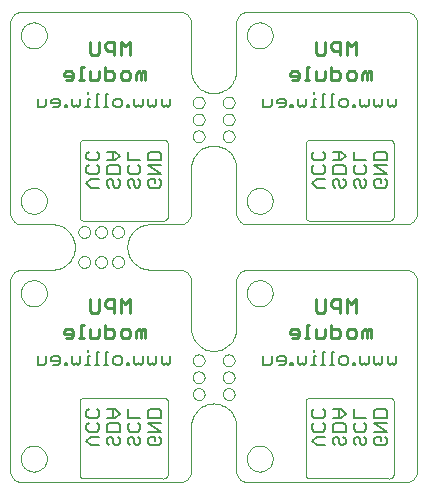
<source format=gbo>
G75*
%MOIN*%
%OFA0B0*%
%FSLAX24Y24*%
%IPPOS*%
%LPD*%
%AMOC8*
5,1,8,0,0,1.08239X$1,22.5*
%
%ADD10C,0.0000*%
%ADD11C,0.0080*%
%ADD12C,0.0030*%
%ADD13C,0.0110*%
D10*
X003149Y002980D02*
X003149Y009279D01*
X003148Y009279D02*
X003150Y009318D01*
X003156Y009356D01*
X003165Y009393D01*
X003178Y009430D01*
X003195Y009465D01*
X003214Y009498D01*
X003237Y009529D01*
X003263Y009558D01*
X003292Y009584D01*
X003323Y009607D01*
X003356Y009626D01*
X003391Y009643D01*
X003428Y009656D01*
X003465Y009665D01*
X003503Y009671D01*
X003542Y009673D01*
X003540Y009670D02*
X004560Y009670D01*
X004565Y009670D02*
X004618Y009673D01*
X004672Y009679D01*
X004724Y009689D01*
X004776Y009703D01*
X004826Y009721D01*
X004876Y009742D01*
X004923Y009767D01*
X004969Y009795D01*
X005012Y009826D01*
X005054Y009860D01*
X005092Y009897D01*
X005128Y009936D01*
X005161Y009979D01*
X005191Y010023D01*
X005218Y010069D01*
X005241Y010118D01*
X005261Y010167D01*
X005277Y010218D01*
X005290Y010270D01*
X005299Y010323D01*
X005304Y010376D01*
X005305Y010430D01*
X005421Y010930D02*
X005423Y010957D01*
X005429Y010984D01*
X005438Y011010D01*
X005451Y011034D01*
X005467Y011057D01*
X005486Y011076D01*
X005508Y011093D01*
X005532Y011107D01*
X005557Y011117D01*
X005584Y011124D01*
X005611Y011127D01*
X005639Y011126D01*
X005666Y011121D01*
X005692Y011113D01*
X005716Y011101D01*
X005739Y011085D01*
X005760Y011067D01*
X005777Y011046D01*
X005792Y011022D01*
X005803Y010997D01*
X005811Y010971D01*
X005815Y010944D01*
X005815Y010916D01*
X005811Y010889D01*
X005803Y010863D01*
X005792Y010838D01*
X005777Y010814D01*
X005760Y010793D01*
X005739Y010775D01*
X005717Y010759D01*
X005692Y010747D01*
X005666Y010739D01*
X005639Y010734D01*
X005611Y010733D01*
X005584Y010736D01*
X005557Y010743D01*
X005532Y010753D01*
X005508Y010767D01*
X005486Y010784D01*
X005467Y010803D01*
X005451Y010826D01*
X005438Y010850D01*
X005429Y010876D01*
X005423Y010903D01*
X005421Y010930D01*
X005983Y010930D02*
X005985Y010957D01*
X005991Y010984D01*
X006000Y011010D01*
X006013Y011034D01*
X006029Y011057D01*
X006048Y011076D01*
X006070Y011093D01*
X006094Y011107D01*
X006119Y011117D01*
X006146Y011124D01*
X006173Y011127D01*
X006201Y011126D01*
X006228Y011121D01*
X006254Y011113D01*
X006278Y011101D01*
X006301Y011085D01*
X006322Y011067D01*
X006339Y011046D01*
X006354Y011022D01*
X006365Y010997D01*
X006373Y010971D01*
X006377Y010944D01*
X006377Y010916D01*
X006373Y010889D01*
X006365Y010863D01*
X006354Y010838D01*
X006339Y010814D01*
X006322Y010793D01*
X006301Y010775D01*
X006279Y010759D01*
X006254Y010747D01*
X006228Y010739D01*
X006201Y010734D01*
X006173Y010733D01*
X006146Y010736D01*
X006119Y010743D01*
X006094Y010753D01*
X006070Y010767D01*
X006048Y010784D01*
X006029Y010803D01*
X006013Y010826D01*
X006000Y010850D01*
X005991Y010876D01*
X005985Y010903D01*
X005983Y010930D01*
X006546Y010930D02*
X006548Y010957D01*
X006554Y010984D01*
X006563Y011010D01*
X006576Y011034D01*
X006592Y011057D01*
X006611Y011076D01*
X006633Y011093D01*
X006657Y011107D01*
X006682Y011117D01*
X006709Y011124D01*
X006736Y011127D01*
X006764Y011126D01*
X006791Y011121D01*
X006817Y011113D01*
X006841Y011101D01*
X006864Y011085D01*
X006885Y011067D01*
X006902Y011046D01*
X006917Y011022D01*
X006928Y010997D01*
X006936Y010971D01*
X006940Y010944D01*
X006940Y010916D01*
X006936Y010889D01*
X006928Y010863D01*
X006917Y010838D01*
X006902Y010814D01*
X006885Y010793D01*
X006864Y010775D01*
X006842Y010759D01*
X006817Y010747D01*
X006791Y010739D01*
X006764Y010734D01*
X006736Y010733D01*
X006709Y010736D01*
X006682Y010743D01*
X006657Y010753D01*
X006633Y010767D01*
X006611Y010784D01*
X006592Y010803D01*
X006576Y010826D01*
X006563Y010850D01*
X006554Y010876D01*
X006548Y010903D01*
X006546Y010930D01*
X006546Y009930D02*
X006548Y009957D01*
X006554Y009984D01*
X006563Y010010D01*
X006576Y010034D01*
X006592Y010057D01*
X006611Y010076D01*
X006633Y010093D01*
X006657Y010107D01*
X006682Y010117D01*
X006709Y010124D01*
X006736Y010127D01*
X006764Y010126D01*
X006791Y010121D01*
X006817Y010113D01*
X006841Y010101D01*
X006864Y010085D01*
X006885Y010067D01*
X006902Y010046D01*
X006917Y010022D01*
X006928Y009997D01*
X006936Y009971D01*
X006940Y009944D01*
X006940Y009916D01*
X006936Y009889D01*
X006928Y009863D01*
X006917Y009838D01*
X006902Y009814D01*
X006885Y009793D01*
X006864Y009775D01*
X006842Y009759D01*
X006817Y009747D01*
X006791Y009739D01*
X006764Y009734D01*
X006736Y009733D01*
X006709Y009736D01*
X006682Y009743D01*
X006657Y009753D01*
X006633Y009767D01*
X006611Y009784D01*
X006592Y009803D01*
X006576Y009826D01*
X006563Y009850D01*
X006554Y009876D01*
X006548Y009903D01*
X006546Y009930D01*
X005983Y009930D02*
X005985Y009957D01*
X005991Y009984D01*
X006000Y010010D01*
X006013Y010034D01*
X006029Y010057D01*
X006048Y010076D01*
X006070Y010093D01*
X006094Y010107D01*
X006119Y010117D01*
X006146Y010124D01*
X006173Y010127D01*
X006201Y010126D01*
X006228Y010121D01*
X006254Y010113D01*
X006278Y010101D01*
X006301Y010085D01*
X006322Y010067D01*
X006339Y010046D01*
X006354Y010022D01*
X006365Y009997D01*
X006373Y009971D01*
X006377Y009944D01*
X006377Y009916D01*
X006373Y009889D01*
X006365Y009863D01*
X006354Y009838D01*
X006339Y009814D01*
X006322Y009793D01*
X006301Y009775D01*
X006279Y009759D01*
X006254Y009747D01*
X006228Y009739D01*
X006201Y009734D01*
X006173Y009733D01*
X006146Y009736D01*
X006119Y009743D01*
X006094Y009753D01*
X006070Y009767D01*
X006048Y009784D01*
X006029Y009803D01*
X006013Y009826D01*
X006000Y009850D01*
X005991Y009876D01*
X005985Y009903D01*
X005983Y009930D01*
X005421Y009930D02*
X005423Y009957D01*
X005429Y009984D01*
X005438Y010010D01*
X005451Y010034D01*
X005467Y010057D01*
X005486Y010076D01*
X005508Y010093D01*
X005532Y010107D01*
X005557Y010117D01*
X005584Y010124D01*
X005611Y010127D01*
X005639Y010126D01*
X005666Y010121D01*
X005692Y010113D01*
X005716Y010101D01*
X005739Y010085D01*
X005760Y010067D01*
X005777Y010046D01*
X005792Y010022D01*
X005803Y009997D01*
X005811Y009971D01*
X005815Y009944D01*
X005815Y009916D01*
X005811Y009889D01*
X005803Y009863D01*
X005792Y009838D01*
X005777Y009814D01*
X005760Y009793D01*
X005739Y009775D01*
X005717Y009759D01*
X005692Y009747D01*
X005666Y009739D01*
X005639Y009734D01*
X005611Y009733D01*
X005584Y009736D01*
X005557Y009743D01*
X005532Y009753D01*
X005508Y009767D01*
X005486Y009784D01*
X005467Y009803D01*
X005451Y009826D01*
X005438Y009850D01*
X005429Y009876D01*
X005423Y009903D01*
X005421Y009930D01*
X005305Y010430D02*
X005303Y010484D01*
X005297Y010537D01*
X005288Y010589D01*
X005275Y010641D01*
X005258Y010692D01*
X005237Y010742D01*
X005213Y010789D01*
X005186Y010835D01*
X005155Y010879D01*
X005122Y010921D01*
X005085Y010960D01*
X005046Y010997D01*
X005004Y011030D01*
X004960Y011061D01*
X004914Y011088D01*
X004867Y011112D01*
X004817Y011133D01*
X004766Y011150D01*
X004714Y011163D01*
X004662Y011172D01*
X004609Y011178D01*
X004555Y011180D01*
X004560Y011180D02*
X003540Y011180D01*
X003542Y011180D02*
X003503Y011182D01*
X003465Y011188D01*
X003428Y011197D01*
X003391Y011210D01*
X003356Y011227D01*
X003323Y011246D01*
X003292Y011269D01*
X003263Y011295D01*
X003237Y011324D01*
X003214Y011355D01*
X003195Y011388D01*
X003178Y011423D01*
X003165Y011460D01*
X003156Y011497D01*
X003150Y011535D01*
X003148Y011574D01*
X003149Y011574D02*
X003149Y017873D01*
X003148Y017873D02*
X003150Y017912D01*
X003156Y017950D01*
X003165Y017987D01*
X003178Y018024D01*
X003195Y018059D01*
X003214Y018092D01*
X003237Y018123D01*
X003263Y018152D01*
X003292Y018178D01*
X003323Y018201D01*
X003356Y018220D01*
X003391Y018237D01*
X003428Y018250D01*
X003465Y018259D01*
X003503Y018265D01*
X003542Y018267D01*
X008786Y018267D01*
X008825Y018265D01*
X008863Y018259D01*
X008900Y018250D01*
X008937Y018237D01*
X008972Y018220D01*
X009005Y018201D01*
X009036Y018178D01*
X009065Y018152D01*
X009091Y018123D01*
X009114Y018092D01*
X009133Y018059D01*
X009150Y018024D01*
X009163Y017987D01*
X009172Y017950D01*
X009178Y017912D01*
X009180Y017873D01*
X009180Y017868D02*
X009180Y016305D01*
X009182Y016251D01*
X009188Y016198D01*
X009197Y016146D01*
X009210Y016094D01*
X009227Y016043D01*
X009248Y015993D01*
X009272Y015946D01*
X009299Y015900D01*
X009330Y015856D01*
X009363Y015814D01*
X009400Y015775D01*
X009439Y015738D01*
X009481Y015705D01*
X009525Y015674D01*
X009571Y015647D01*
X009618Y015623D01*
X009668Y015602D01*
X009719Y015585D01*
X009771Y015572D01*
X009823Y015563D01*
X009876Y015557D01*
X009930Y015555D01*
X009233Y015243D02*
X009235Y015270D01*
X009241Y015297D01*
X009250Y015323D01*
X009263Y015347D01*
X009279Y015370D01*
X009298Y015389D01*
X009320Y015406D01*
X009344Y015420D01*
X009369Y015430D01*
X009396Y015437D01*
X009423Y015440D01*
X009451Y015439D01*
X009478Y015434D01*
X009504Y015426D01*
X009528Y015414D01*
X009551Y015398D01*
X009572Y015380D01*
X009589Y015359D01*
X009604Y015335D01*
X009615Y015310D01*
X009623Y015284D01*
X009627Y015257D01*
X009627Y015229D01*
X009623Y015202D01*
X009615Y015176D01*
X009604Y015151D01*
X009589Y015127D01*
X009572Y015106D01*
X009551Y015088D01*
X009529Y015072D01*
X009504Y015060D01*
X009478Y015052D01*
X009451Y015047D01*
X009423Y015046D01*
X009396Y015049D01*
X009369Y015056D01*
X009344Y015066D01*
X009320Y015080D01*
X009298Y015097D01*
X009279Y015116D01*
X009263Y015139D01*
X009250Y015163D01*
X009241Y015189D01*
X009235Y015216D01*
X009233Y015243D01*
X009233Y014680D02*
X009235Y014707D01*
X009241Y014734D01*
X009250Y014760D01*
X009263Y014784D01*
X009279Y014807D01*
X009298Y014826D01*
X009320Y014843D01*
X009344Y014857D01*
X009369Y014867D01*
X009396Y014874D01*
X009423Y014877D01*
X009451Y014876D01*
X009478Y014871D01*
X009504Y014863D01*
X009528Y014851D01*
X009551Y014835D01*
X009572Y014817D01*
X009589Y014796D01*
X009604Y014772D01*
X009615Y014747D01*
X009623Y014721D01*
X009627Y014694D01*
X009627Y014666D01*
X009623Y014639D01*
X009615Y014613D01*
X009604Y014588D01*
X009589Y014564D01*
X009572Y014543D01*
X009551Y014525D01*
X009529Y014509D01*
X009504Y014497D01*
X009478Y014489D01*
X009451Y014484D01*
X009423Y014483D01*
X009396Y014486D01*
X009369Y014493D01*
X009344Y014503D01*
X009320Y014517D01*
X009298Y014534D01*
X009279Y014553D01*
X009263Y014576D01*
X009250Y014600D01*
X009241Y014626D01*
X009235Y014653D01*
X009233Y014680D01*
X009233Y014118D02*
X009235Y014145D01*
X009241Y014172D01*
X009250Y014198D01*
X009263Y014222D01*
X009279Y014245D01*
X009298Y014264D01*
X009320Y014281D01*
X009344Y014295D01*
X009369Y014305D01*
X009396Y014312D01*
X009423Y014315D01*
X009451Y014314D01*
X009478Y014309D01*
X009504Y014301D01*
X009528Y014289D01*
X009551Y014273D01*
X009572Y014255D01*
X009589Y014234D01*
X009604Y014210D01*
X009615Y014185D01*
X009623Y014159D01*
X009627Y014132D01*
X009627Y014104D01*
X009623Y014077D01*
X009615Y014051D01*
X009604Y014026D01*
X009589Y014002D01*
X009572Y013981D01*
X009551Y013963D01*
X009529Y013947D01*
X009504Y013935D01*
X009478Y013927D01*
X009451Y013922D01*
X009423Y013921D01*
X009396Y013924D01*
X009369Y013931D01*
X009344Y013941D01*
X009320Y013955D01*
X009298Y013972D01*
X009279Y013991D01*
X009263Y014014D01*
X009250Y014038D01*
X009241Y014064D01*
X009235Y014091D01*
X009233Y014118D01*
X009180Y013055D02*
X009180Y011555D01*
X009180Y011574D02*
X009178Y011535D01*
X009172Y011497D01*
X009163Y011460D01*
X009150Y011423D01*
X009133Y011388D01*
X009114Y011355D01*
X009091Y011324D01*
X009065Y011295D01*
X009036Y011269D01*
X009005Y011246D01*
X008972Y011227D01*
X008937Y011210D01*
X008900Y011197D01*
X008863Y011188D01*
X008825Y011182D01*
X008786Y011180D01*
X008790Y011180D02*
X007800Y011180D01*
X007805Y011180D02*
X007751Y011178D01*
X007698Y011172D01*
X007646Y011163D01*
X007594Y011150D01*
X007543Y011133D01*
X007493Y011112D01*
X007446Y011088D01*
X007400Y011061D01*
X007356Y011030D01*
X007314Y010997D01*
X007275Y010960D01*
X007238Y010921D01*
X007205Y010879D01*
X007174Y010835D01*
X007147Y010789D01*
X007123Y010742D01*
X007102Y010692D01*
X007085Y010641D01*
X007072Y010589D01*
X007063Y010537D01*
X007057Y010484D01*
X007055Y010430D01*
X007057Y010376D01*
X007063Y010322D01*
X007072Y010268D01*
X007086Y010216D01*
X007103Y010164D01*
X007124Y010114D01*
X007148Y010066D01*
X007176Y010019D01*
X007207Y009975D01*
X007241Y009932D01*
X007278Y009893D01*
X007317Y009856D01*
X007360Y009822D01*
X007404Y009791D01*
X007451Y009763D01*
X007499Y009739D01*
X007549Y009718D01*
X007601Y009701D01*
X007653Y009687D01*
X007707Y009678D01*
X007761Y009672D01*
X007815Y009670D01*
X008790Y009670D01*
X008786Y009673D02*
X008825Y009671D01*
X008863Y009665D01*
X008900Y009656D01*
X008937Y009643D01*
X008972Y009626D01*
X009005Y009607D01*
X009036Y009584D01*
X009065Y009558D01*
X009091Y009529D01*
X009114Y009498D01*
X009133Y009465D01*
X009150Y009430D01*
X009163Y009393D01*
X009172Y009356D01*
X009178Y009318D01*
X009180Y009279D01*
X009180Y009274D02*
X009180Y007711D01*
X009182Y007657D01*
X009188Y007604D01*
X009197Y007552D01*
X009210Y007500D01*
X009227Y007449D01*
X009248Y007399D01*
X009272Y007352D01*
X009299Y007306D01*
X009330Y007262D01*
X009363Y007220D01*
X009400Y007181D01*
X009439Y007144D01*
X009481Y007111D01*
X009525Y007080D01*
X009571Y007053D01*
X009618Y007029D01*
X009668Y007008D01*
X009719Y006991D01*
X009771Y006978D01*
X009823Y006969D01*
X009876Y006963D01*
X009930Y006961D01*
X009233Y006649D02*
X009235Y006676D01*
X009241Y006703D01*
X009250Y006729D01*
X009263Y006753D01*
X009279Y006776D01*
X009298Y006795D01*
X009320Y006812D01*
X009344Y006826D01*
X009369Y006836D01*
X009396Y006843D01*
X009423Y006846D01*
X009451Y006845D01*
X009478Y006840D01*
X009504Y006832D01*
X009528Y006820D01*
X009551Y006804D01*
X009572Y006786D01*
X009589Y006765D01*
X009604Y006741D01*
X009615Y006716D01*
X009623Y006690D01*
X009627Y006663D01*
X009627Y006635D01*
X009623Y006608D01*
X009615Y006582D01*
X009604Y006557D01*
X009589Y006533D01*
X009572Y006512D01*
X009551Y006494D01*
X009529Y006478D01*
X009504Y006466D01*
X009478Y006458D01*
X009451Y006453D01*
X009423Y006452D01*
X009396Y006455D01*
X009369Y006462D01*
X009344Y006472D01*
X009320Y006486D01*
X009298Y006503D01*
X009279Y006522D01*
X009263Y006545D01*
X009250Y006569D01*
X009241Y006595D01*
X009235Y006622D01*
X009233Y006649D01*
X009233Y006086D02*
X009235Y006113D01*
X009241Y006140D01*
X009250Y006166D01*
X009263Y006190D01*
X009279Y006213D01*
X009298Y006232D01*
X009320Y006249D01*
X009344Y006263D01*
X009369Y006273D01*
X009396Y006280D01*
X009423Y006283D01*
X009451Y006282D01*
X009478Y006277D01*
X009504Y006269D01*
X009528Y006257D01*
X009551Y006241D01*
X009572Y006223D01*
X009589Y006202D01*
X009604Y006178D01*
X009615Y006153D01*
X009623Y006127D01*
X009627Y006100D01*
X009627Y006072D01*
X009623Y006045D01*
X009615Y006019D01*
X009604Y005994D01*
X009589Y005970D01*
X009572Y005949D01*
X009551Y005931D01*
X009529Y005915D01*
X009504Y005903D01*
X009478Y005895D01*
X009451Y005890D01*
X009423Y005889D01*
X009396Y005892D01*
X009369Y005899D01*
X009344Y005909D01*
X009320Y005923D01*
X009298Y005940D01*
X009279Y005959D01*
X009263Y005982D01*
X009250Y006006D01*
X009241Y006032D01*
X009235Y006059D01*
X009233Y006086D01*
X009233Y005524D02*
X009235Y005551D01*
X009241Y005578D01*
X009250Y005604D01*
X009263Y005628D01*
X009279Y005651D01*
X009298Y005670D01*
X009320Y005687D01*
X009344Y005701D01*
X009369Y005711D01*
X009396Y005718D01*
X009423Y005721D01*
X009451Y005720D01*
X009478Y005715D01*
X009504Y005707D01*
X009528Y005695D01*
X009551Y005679D01*
X009572Y005661D01*
X009589Y005640D01*
X009604Y005616D01*
X009615Y005591D01*
X009623Y005565D01*
X009627Y005538D01*
X009627Y005510D01*
X009623Y005483D01*
X009615Y005457D01*
X009604Y005432D01*
X009589Y005408D01*
X009572Y005387D01*
X009551Y005369D01*
X009529Y005353D01*
X009504Y005341D01*
X009478Y005333D01*
X009451Y005328D01*
X009423Y005327D01*
X009396Y005330D01*
X009369Y005337D01*
X009344Y005347D01*
X009320Y005361D01*
X009298Y005378D01*
X009279Y005397D01*
X009263Y005420D01*
X009250Y005444D01*
X009241Y005470D01*
X009235Y005497D01*
X009233Y005524D01*
X009180Y004461D02*
X009180Y002961D01*
X009180Y002980D02*
X009178Y002941D01*
X009172Y002903D01*
X009163Y002866D01*
X009150Y002829D01*
X009133Y002794D01*
X009114Y002761D01*
X009091Y002730D01*
X009065Y002701D01*
X009036Y002675D01*
X009005Y002652D01*
X008972Y002633D01*
X008937Y002616D01*
X008900Y002603D01*
X008863Y002594D01*
X008825Y002588D01*
X008786Y002586D01*
X003542Y002586D01*
X003503Y002588D01*
X003465Y002594D01*
X003428Y002603D01*
X003391Y002616D01*
X003356Y002633D01*
X003323Y002652D01*
X003292Y002675D01*
X003263Y002701D01*
X003237Y002730D01*
X003214Y002761D01*
X003195Y002794D01*
X003178Y002829D01*
X003165Y002866D01*
X003156Y002903D01*
X003150Y002941D01*
X003148Y002980D01*
X003503Y003374D02*
X003505Y003415D01*
X003511Y003456D01*
X003521Y003496D01*
X003534Y003535D01*
X003551Y003572D01*
X003572Y003608D01*
X003596Y003642D01*
X003623Y003673D01*
X003652Y003701D01*
X003685Y003727D01*
X003719Y003749D01*
X003756Y003768D01*
X003794Y003783D01*
X003834Y003795D01*
X003874Y003803D01*
X003915Y003807D01*
X003957Y003807D01*
X003998Y003803D01*
X004038Y003795D01*
X004078Y003783D01*
X004116Y003768D01*
X004152Y003749D01*
X004187Y003727D01*
X004220Y003701D01*
X004249Y003673D01*
X004276Y003642D01*
X004300Y003608D01*
X004321Y003572D01*
X004338Y003535D01*
X004351Y003496D01*
X004361Y003456D01*
X004367Y003415D01*
X004369Y003374D01*
X004367Y003333D01*
X004361Y003292D01*
X004351Y003252D01*
X004338Y003213D01*
X004321Y003176D01*
X004300Y003140D01*
X004276Y003106D01*
X004249Y003075D01*
X004220Y003047D01*
X004187Y003021D01*
X004153Y002999D01*
X004116Y002980D01*
X004078Y002965D01*
X004038Y002953D01*
X003998Y002945D01*
X003957Y002941D01*
X003915Y002941D01*
X003874Y002945D01*
X003834Y002953D01*
X003794Y002965D01*
X003756Y002980D01*
X003720Y002999D01*
X003685Y003021D01*
X003652Y003047D01*
X003623Y003075D01*
X003596Y003106D01*
X003572Y003140D01*
X003551Y003176D01*
X003534Y003213D01*
X003521Y003252D01*
X003511Y003292D01*
X003505Y003333D01*
X003503Y003374D01*
X003503Y008885D02*
X003505Y008926D01*
X003511Y008967D01*
X003521Y009007D01*
X003534Y009046D01*
X003551Y009083D01*
X003572Y009119D01*
X003596Y009153D01*
X003623Y009184D01*
X003652Y009212D01*
X003685Y009238D01*
X003719Y009260D01*
X003756Y009279D01*
X003794Y009294D01*
X003834Y009306D01*
X003874Y009314D01*
X003915Y009318D01*
X003957Y009318D01*
X003998Y009314D01*
X004038Y009306D01*
X004078Y009294D01*
X004116Y009279D01*
X004152Y009260D01*
X004187Y009238D01*
X004220Y009212D01*
X004249Y009184D01*
X004276Y009153D01*
X004300Y009119D01*
X004321Y009083D01*
X004338Y009046D01*
X004351Y009007D01*
X004361Y008967D01*
X004367Y008926D01*
X004369Y008885D01*
X004367Y008844D01*
X004361Y008803D01*
X004351Y008763D01*
X004338Y008724D01*
X004321Y008687D01*
X004300Y008651D01*
X004276Y008617D01*
X004249Y008586D01*
X004220Y008558D01*
X004187Y008532D01*
X004153Y008510D01*
X004116Y008491D01*
X004078Y008476D01*
X004038Y008464D01*
X003998Y008456D01*
X003957Y008452D01*
X003915Y008452D01*
X003874Y008456D01*
X003834Y008464D01*
X003794Y008476D01*
X003756Y008491D01*
X003720Y008510D01*
X003685Y008532D01*
X003652Y008558D01*
X003623Y008586D01*
X003596Y008617D01*
X003572Y008651D01*
X003551Y008687D01*
X003534Y008724D01*
X003521Y008763D01*
X003511Y008803D01*
X003505Y008844D01*
X003503Y008885D01*
X003503Y011967D02*
X003505Y012008D01*
X003511Y012049D01*
X003521Y012089D01*
X003534Y012128D01*
X003551Y012165D01*
X003572Y012201D01*
X003596Y012235D01*
X003623Y012266D01*
X003652Y012294D01*
X003685Y012320D01*
X003719Y012342D01*
X003756Y012361D01*
X003794Y012376D01*
X003834Y012388D01*
X003874Y012396D01*
X003915Y012400D01*
X003957Y012400D01*
X003998Y012396D01*
X004038Y012388D01*
X004078Y012376D01*
X004116Y012361D01*
X004152Y012342D01*
X004187Y012320D01*
X004220Y012294D01*
X004249Y012266D01*
X004276Y012235D01*
X004300Y012201D01*
X004321Y012165D01*
X004338Y012128D01*
X004351Y012089D01*
X004361Y012049D01*
X004367Y012008D01*
X004369Y011967D01*
X004367Y011926D01*
X004361Y011885D01*
X004351Y011845D01*
X004338Y011806D01*
X004321Y011769D01*
X004300Y011733D01*
X004276Y011699D01*
X004249Y011668D01*
X004220Y011640D01*
X004187Y011614D01*
X004153Y011592D01*
X004116Y011573D01*
X004078Y011558D01*
X004038Y011546D01*
X003998Y011538D01*
X003957Y011534D01*
X003915Y011534D01*
X003874Y011538D01*
X003834Y011546D01*
X003794Y011558D01*
X003756Y011573D01*
X003720Y011592D01*
X003685Y011614D01*
X003652Y011640D01*
X003623Y011668D01*
X003596Y011699D01*
X003572Y011733D01*
X003551Y011769D01*
X003534Y011806D01*
X003521Y011845D01*
X003511Y011885D01*
X003505Y011926D01*
X003503Y011967D01*
X007810Y009670D02*
X007815Y009670D01*
X009930Y006961D02*
X009984Y006963D01*
X010037Y006969D01*
X010089Y006978D01*
X010141Y006991D01*
X010192Y007008D01*
X010242Y007029D01*
X010289Y007053D01*
X010335Y007080D01*
X010379Y007111D01*
X010421Y007144D01*
X010460Y007181D01*
X010497Y007220D01*
X010530Y007262D01*
X010561Y007306D01*
X010588Y007352D01*
X010612Y007399D01*
X010633Y007449D01*
X010650Y007500D01*
X010663Y007552D01*
X010672Y007604D01*
X010678Y007657D01*
X010680Y007711D01*
X010680Y009279D01*
X010682Y009318D01*
X010688Y009356D01*
X010697Y009393D01*
X010710Y009430D01*
X010727Y009465D01*
X010746Y009498D01*
X010769Y009529D01*
X010795Y009558D01*
X010824Y009584D01*
X010855Y009607D01*
X010888Y009626D01*
X010923Y009643D01*
X010960Y009656D01*
X010997Y009665D01*
X011035Y009671D01*
X011074Y009673D01*
X016317Y009673D01*
X016356Y009671D01*
X016394Y009665D01*
X016431Y009656D01*
X016468Y009643D01*
X016503Y009626D01*
X016536Y009607D01*
X016567Y009584D01*
X016596Y009558D01*
X016622Y009529D01*
X016645Y009498D01*
X016664Y009465D01*
X016681Y009430D01*
X016694Y009393D01*
X016703Y009356D01*
X016709Y009318D01*
X016711Y009279D01*
X016711Y002980D01*
X016709Y002941D01*
X016703Y002903D01*
X016694Y002866D01*
X016681Y002829D01*
X016664Y002794D01*
X016645Y002761D01*
X016622Y002730D01*
X016596Y002701D01*
X016567Y002675D01*
X016536Y002652D01*
X016503Y002633D01*
X016468Y002616D01*
X016431Y002603D01*
X016394Y002594D01*
X016356Y002588D01*
X016317Y002586D01*
X011074Y002586D01*
X011035Y002588D01*
X010997Y002594D01*
X010960Y002603D01*
X010923Y002616D01*
X010888Y002633D01*
X010855Y002652D01*
X010824Y002675D01*
X010795Y002701D01*
X010769Y002730D01*
X010746Y002761D01*
X010727Y002794D01*
X010710Y002829D01*
X010697Y002866D01*
X010688Y002903D01*
X010682Y002941D01*
X010680Y002980D01*
X010680Y004461D01*
X009930Y005211D02*
X009876Y005209D01*
X009823Y005203D01*
X009771Y005194D01*
X009719Y005181D01*
X009668Y005164D01*
X009618Y005143D01*
X009571Y005119D01*
X009525Y005092D01*
X009481Y005061D01*
X009439Y005028D01*
X009400Y004991D01*
X009363Y004952D01*
X009330Y004910D01*
X009299Y004866D01*
X009272Y004820D01*
X009248Y004773D01*
X009227Y004723D01*
X009210Y004672D01*
X009197Y004620D01*
X009188Y004568D01*
X009182Y004515D01*
X009180Y004461D01*
X009930Y005211D02*
X009984Y005209D01*
X010037Y005203D01*
X010089Y005194D01*
X010141Y005181D01*
X010192Y005164D01*
X010242Y005143D01*
X010289Y005119D01*
X010335Y005092D01*
X010379Y005061D01*
X010421Y005028D01*
X010460Y004991D01*
X010497Y004952D01*
X010530Y004910D01*
X010561Y004866D01*
X010588Y004820D01*
X010612Y004773D01*
X010633Y004723D01*
X010650Y004672D01*
X010663Y004620D01*
X010672Y004568D01*
X010678Y004515D01*
X010680Y004461D01*
X010233Y005524D02*
X010235Y005551D01*
X010241Y005578D01*
X010250Y005604D01*
X010263Y005628D01*
X010279Y005651D01*
X010298Y005670D01*
X010320Y005687D01*
X010344Y005701D01*
X010369Y005711D01*
X010396Y005718D01*
X010423Y005721D01*
X010451Y005720D01*
X010478Y005715D01*
X010504Y005707D01*
X010528Y005695D01*
X010551Y005679D01*
X010572Y005661D01*
X010589Y005640D01*
X010604Y005616D01*
X010615Y005591D01*
X010623Y005565D01*
X010627Y005538D01*
X010627Y005510D01*
X010623Y005483D01*
X010615Y005457D01*
X010604Y005432D01*
X010589Y005408D01*
X010572Y005387D01*
X010551Y005369D01*
X010529Y005353D01*
X010504Y005341D01*
X010478Y005333D01*
X010451Y005328D01*
X010423Y005327D01*
X010396Y005330D01*
X010369Y005337D01*
X010344Y005347D01*
X010320Y005361D01*
X010298Y005378D01*
X010279Y005397D01*
X010263Y005420D01*
X010250Y005444D01*
X010241Y005470D01*
X010235Y005497D01*
X010233Y005524D01*
X010233Y006086D02*
X010235Y006113D01*
X010241Y006140D01*
X010250Y006166D01*
X010263Y006190D01*
X010279Y006213D01*
X010298Y006232D01*
X010320Y006249D01*
X010344Y006263D01*
X010369Y006273D01*
X010396Y006280D01*
X010423Y006283D01*
X010451Y006282D01*
X010478Y006277D01*
X010504Y006269D01*
X010528Y006257D01*
X010551Y006241D01*
X010572Y006223D01*
X010589Y006202D01*
X010604Y006178D01*
X010615Y006153D01*
X010623Y006127D01*
X010627Y006100D01*
X010627Y006072D01*
X010623Y006045D01*
X010615Y006019D01*
X010604Y005994D01*
X010589Y005970D01*
X010572Y005949D01*
X010551Y005931D01*
X010529Y005915D01*
X010504Y005903D01*
X010478Y005895D01*
X010451Y005890D01*
X010423Y005889D01*
X010396Y005892D01*
X010369Y005899D01*
X010344Y005909D01*
X010320Y005923D01*
X010298Y005940D01*
X010279Y005959D01*
X010263Y005982D01*
X010250Y006006D01*
X010241Y006032D01*
X010235Y006059D01*
X010233Y006086D01*
X010233Y006649D02*
X010235Y006676D01*
X010241Y006703D01*
X010250Y006729D01*
X010263Y006753D01*
X010279Y006776D01*
X010298Y006795D01*
X010320Y006812D01*
X010344Y006826D01*
X010369Y006836D01*
X010396Y006843D01*
X010423Y006846D01*
X010451Y006845D01*
X010478Y006840D01*
X010504Y006832D01*
X010528Y006820D01*
X010551Y006804D01*
X010572Y006786D01*
X010589Y006765D01*
X010604Y006741D01*
X010615Y006716D01*
X010623Y006690D01*
X010627Y006663D01*
X010627Y006635D01*
X010623Y006608D01*
X010615Y006582D01*
X010604Y006557D01*
X010589Y006533D01*
X010572Y006512D01*
X010551Y006494D01*
X010529Y006478D01*
X010504Y006466D01*
X010478Y006458D01*
X010451Y006453D01*
X010423Y006452D01*
X010396Y006455D01*
X010369Y006462D01*
X010344Y006472D01*
X010320Y006486D01*
X010298Y006503D01*
X010279Y006522D01*
X010263Y006545D01*
X010250Y006569D01*
X010241Y006595D01*
X010235Y006622D01*
X010233Y006649D01*
X011034Y008885D02*
X011036Y008926D01*
X011042Y008967D01*
X011052Y009007D01*
X011065Y009046D01*
X011082Y009083D01*
X011103Y009119D01*
X011127Y009153D01*
X011154Y009184D01*
X011183Y009212D01*
X011216Y009238D01*
X011250Y009260D01*
X011287Y009279D01*
X011325Y009294D01*
X011365Y009306D01*
X011405Y009314D01*
X011446Y009318D01*
X011488Y009318D01*
X011529Y009314D01*
X011569Y009306D01*
X011609Y009294D01*
X011647Y009279D01*
X011683Y009260D01*
X011718Y009238D01*
X011751Y009212D01*
X011780Y009184D01*
X011807Y009153D01*
X011831Y009119D01*
X011852Y009083D01*
X011869Y009046D01*
X011882Y009007D01*
X011892Y008967D01*
X011898Y008926D01*
X011900Y008885D01*
X011898Y008844D01*
X011892Y008803D01*
X011882Y008763D01*
X011869Y008724D01*
X011852Y008687D01*
X011831Y008651D01*
X011807Y008617D01*
X011780Y008586D01*
X011751Y008558D01*
X011718Y008532D01*
X011684Y008510D01*
X011647Y008491D01*
X011609Y008476D01*
X011569Y008464D01*
X011529Y008456D01*
X011488Y008452D01*
X011446Y008452D01*
X011405Y008456D01*
X011365Y008464D01*
X011325Y008476D01*
X011287Y008491D01*
X011251Y008510D01*
X011216Y008532D01*
X011183Y008558D01*
X011154Y008586D01*
X011127Y008617D01*
X011103Y008651D01*
X011082Y008687D01*
X011065Y008724D01*
X011052Y008763D01*
X011042Y008803D01*
X011036Y008844D01*
X011034Y008885D01*
X011074Y011180D02*
X016317Y011180D01*
X016356Y011182D01*
X016394Y011188D01*
X016431Y011197D01*
X016468Y011210D01*
X016503Y011227D01*
X016536Y011246D01*
X016567Y011269D01*
X016596Y011295D01*
X016622Y011324D01*
X016645Y011355D01*
X016664Y011388D01*
X016681Y011423D01*
X016694Y011460D01*
X016703Y011497D01*
X016709Y011535D01*
X016711Y011574D01*
X016711Y017873D01*
X016709Y017912D01*
X016703Y017950D01*
X016694Y017987D01*
X016681Y018024D01*
X016664Y018059D01*
X016645Y018092D01*
X016622Y018123D01*
X016596Y018152D01*
X016567Y018178D01*
X016536Y018201D01*
X016503Y018220D01*
X016468Y018237D01*
X016431Y018250D01*
X016394Y018259D01*
X016356Y018265D01*
X016317Y018267D01*
X011074Y018267D01*
X011035Y018265D01*
X010997Y018259D01*
X010960Y018250D01*
X010923Y018237D01*
X010888Y018220D01*
X010855Y018201D01*
X010824Y018178D01*
X010795Y018152D01*
X010769Y018123D01*
X010746Y018092D01*
X010727Y018059D01*
X010710Y018024D01*
X010697Y017987D01*
X010688Y017950D01*
X010682Y017912D01*
X010680Y017873D01*
X010680Y016305D01*
X010678Y016251D01*
X010672Y016198D01*
X010663Y016146D01*
X010650Y016094D01*
X010633Y016043D01*
X010612Y015993D01*
X010588Y015946D01*
X010561Y015900D01*
X010530Y015856D01*
X010497Y015814D01*
X010460Y015775D01*
X010421Y015738D01*
X010379Y015705D01*
X010335Y015674D01*
X010289Y015647D01*
X010242Y015623D01*
X010192Y015602D01*
X010141Y015585D01*
X010089Y015572D01*
X010037Y015563D01*
X009984Y015557D01*
X009930Y015555D01*
X010233Y015243D02*
X010235Y015270D01*
X010241Y015297D01*
X010250Y015323D01*
X010263Y015347D01*
X010279Y015370D01*
X010298Y015389D01*
X010320Y015406D01*
X010344Y015420D01*
X010369Y015430D01*
X010396Y015437D01*
X010423Y015440D01*
X010451Y015439D01*
X010478Y015434D01*
X010504Y015426D01*
X010528Y015414D01*
X010551Y015398D01*
X010572Y015380D01*
X010589Y015359D01*
X010604Y015335D01*
X010615Y015310D01*
X010623Y015284D01*
X010627Y015257D01*
X010627Y015229D01*
X010623Y015202D01*
X010615Y015176D01*
X010604Y015151D01*
X010589Y015127D01*
X010572Y015106D01*
X010551Y015088D01*
X010529Y015072D01*
X010504Y015060D01*
X010478Y015052D01*
X010451Y015047D01*
X010423Y015046D01*
X010396Y015049D01*
X010369Y015056D01*
X010344Y015066D01*
X010320Y015080D01*
X010298Y015097D01*
X010279Y015116D01*
X010263Y015139D01*
X010250Y015163D01*
X010241Y015189D01*
X010235Y015216D01*
X010233Y015243D01*
X010233Y014680D02*
X010235Y014707D01*
X010241Y014734D01*
X010250Y014760D01*
X010263Y014784D01*
X010279Y014807D01*
X010298Y014826D01*
X010320Y014843D01*
X010344Y014857D01*
X010369Y014867D01*
X010396Y014874D01*
X010423Y014877D01*
X010451Y014876D01*
X010478Y014871D01*
X010504Y014863D01*
X010528Y014851D01*
X010551Y014835D01*
X010572Y014817D01*
X010589Y014796D01*
X010604Y014772D01*
X010615Y014747D01*
X010623Y014721D01*
X010627Y014694D01*
X010627Y014666D01*
X010623Y014639D01*
X010615Y014613D01*
X010604Y014588D01*
X010589Y014564D01*
X010572Y014543D01*
X010551Y014525D01*
X010529Y014509D01*
X010504Y014497D01*
X010478Y014489D01*
X010451Y014484D01*
X010423Y014483D01*
X010396Y014486D01*
X010369Y014493D01*
X010344Y014503D01*
X010320Y014517D01*
X010298Y014534D01*
X010279Y014553D01*
X010263Y014576D01*
X010250Y014600D01*
X010241Y014626D01*
X010235Y014653D01*
X010233Y014680D01*
X010233Y014118D02*
X010235Y014145D01*
X010241Y014172D01*
X010250Y014198D01*
X010263Y014222D01*
X010279Y014245D01*
X010298Y014264D01*
X010320Y014281D01*
X010344Y014295D01*
X010369Y014305D01*
X010396Y014312D01*
X010423Y014315D01*
X010451Y014314D01*
X010478Y014309D01*
X010504Y014301D01*
X010528Y014289D01*
X010551Y014273D01*
X010572Y014255D01*
X010589Y014234D01*
X010604Y014210D01*
X010615Y014185D01*
X010623Y014159D01*
X010627Y014132D01*
X010627Y014104D01*
X010623Y014077D01*
X010615Y014051D01*
X010604Y014026D01*
X010589Y014002D01*
X010572Y013981D01*
X010551Y013963D01*
X010529Y013947D01*
X010504Y013935D01*
X010478Y013927D01*
X010451Y013922D01*
X010423Y013921D01*
X010396Y013924D01*
X010369Y013931D01*
X010344Y013941D01*
X010320Y013955D01*
X010298Y013972D01*
X010279Y013991D01*
X010263Y014014D01*
X010250Y014038D01*
X010241Y014064D01*
X010235Y014091D01*
X010233Y014118D01*
X009930Y013805D02*
X009876Y013803D01*
X009823Y013797D01*
X009771Y013788D01*
X009719Y013775D01*
X009668Y013758D01*
X009618Y013737D01*
X009571Y013713D01*
X009525Y013686D01*
X009481Y013655D01*
X009439Y013622D01*
X009400Y013585D01*
X009363Y013546D01*
X009330Y013504D01*
X009299Y013460D01*
X009272Y013414D01*
X009248Y013367D01*
X009227Y013317D01*
X009210Y013266D01*
X009197Y013214D01*
X009188Y013162D01*
X009182Y013109D01*
X009180Y013055D01*
X009930Y013805D02*
X009984Y013803D01*
X010037Y013797D01*
X010089Y013788D01*
X010141Y013775D01*
X010192Y013758D01*
X010242Y013737D01*
X010289Y013713D01*
X010335Y013686D01*
X010379Y013655D01*
X010421Y013622D01*
X010460Y013585D01*
X010497Y013546D01*
X010530Y013504D01*
X010561Y013460D01*
X010588Y013414D01*
X010612Y013367D01*
X010633Y013317D01*
X010650Y013266D01*
X010663Y013214D01*
X010672Y013162D01*
X010678Y013109D01*
X010680Y013055D01*
X010680Y011574D01*
X010682Y011535D01*
X010688Y011497D01*
X010697Y011460D01*
X010710Y011423D01*
X010727Y011388D01*
X010746Y011355D01*
X010769Y011324D01*
X010795Y011295D01*
X010824Y011269D01*
X010855Y011246D01*
X010888Y011227D01*
X010923Y011210D01*
X010960Y011197D01*
X010997Y011188D01*
X011035Y011182D01*
X011074Y011180D01*
X011034Y011967D02*
X011036Y012008D01*
X011042Y012049D01*
X011052Y012089D01*
X011065Y012128D01*
X011082Y012165D01*
X011103Y012201D01*
X011127Y012235D01*
X011154Y012266D01*
X011183Y012294D01*
X011216Y012320D01*
X011250Y012342D01*
X011287Y012361D01*
X011325Y012376D01*
X011365Y012388D01*
X011405Y012396D01*
X011446Y012400D01*
X011488Y012400D01*
X011529Y012396D01*
X011569Y012388D01*
X011609Y012376D01*
X011647Y012361D01*
X011683Y012342D01*
X011718Y012320D01*
X011751Y012294D01*
X011780Y012266D01*
X011807Y012235D01*
X011831Y012201D01*
X011852Y012165D01*
X011869Y012128D01*
X011882Y012089D01*
X011892Y012049D01*
X011898Y012008D01*
X011900Y011967D01*
X011898Y011926D01*
X011892Y011885D01*
X011882Y011845D01*
X011869Y011806D01*
X011852Y011769D01*
X011831Y011733D01*
X011807Y011699D01*
X011780Y011668D01*
X011751Y011640D01*
X011718Y011614D01*
X011684Y011592D01*
X011647Y011573D01*
X011609Y011558D01*
X011569Y011546D01*
X011529Y011538D01*
X011488Y011534D01*
X011446Y011534D01*
X011405Y011538D01*
X011365Y011546D01*
X011325Y011558D01*
X011287Y011573D01*
X011251Y011592D01*
X011216Y011614D01*
X011183Y011640D01*
X011154Y011668D01*
X011127Y011699D01*
X011103Y011733D01*
X011082Y011769D01*
X011065Y011806D01*
X011052Y011845D01*
X011042Y011885D01*
X011036Y011926D01*
X011034Y011967D01*
X011034Y017479D02*
X011036Y017520D01*
X011042Y017561D01*
X011052Y017601D01*
X011065Y017640D01*
X011082Y017677D01*
X011103Y017713D01*
X011127Y017747D01*
X011154Y017778D01*
X011183Y017806D01*
X011216Y017832D01*
X011250Y017854D01*
X011287Y017873D01*
X011325Y017888D01*
X011365Y017900D01*
X011405Y017908D01*
X011446Y017912D01*
X011488Y017912D01*
X011529Y017908D01*
X011569Y017900D01*
X011609Y017888D01*
X011647Y017873D01*
X011683Y017854D01*
X011718Y017832D01*
X011751Y017806D01*
X011780Y017778D01*
X011807Y017747D01*
X011831Y017713D01*
X011852Y017677D01*
X011869Y017640D01*
X011882Y017601D01*
X011892Y017561D01*
X011898Y017520D01*
X011900Y017479D01*
X011898Y017438D01*
X011892Y017397D01*
X011882Y017357D01*
X011869Y017318D01*
X011852Y017281D01*
X011831Y017245D01*
X011807Y017211D01*
X011780Y017180D01*
X011751Y017152D01*
X011718Y017126D01*
X011684Y017104D01*
X011647Y017085D01*
X011609Y017070D01*
X011569Y017058D01*
X011529Y017050D01*
X011488Y017046D01*
X011446Y017046D01*
X011405Y017050D01*
X011365Y017058D01*
X011325Y017070D01*
X011287Y017085D01*
X011251Y017104D01*
X011216Y017126D01*
X011183Y017152D01*
X011154Y017180D01*
X011127Y017211D01*
X011103Y017245D01*
X011082Y017281D01*
X011065Y017318D01*
X011052Y017357D01*
X011042Y017397D01*
X011036Y017438D01*
X011034Y017479D01*
X003503Y017479D02*
X003505Y017520D01*
X003511Y017561D01*
X003521Y017601D01*
X003534Y017640D01*
X003551Y017677D01*
X003572Y017713D01*
X003596Y017747D01*
X003623Y017778D01*
X003652Y017806D01*
X003685Y017832D01*
X003719Y017854D01*
X003756Y017873D01*
X003794Y017888D01*
X003834Y017900D01*
X003874Y017908D01*
X003915Y017912D01*
X003957Y017912D01*
X003998Y017908D01*
X004038Y017900D01*
X004078Y017888D01*
X004116Y017873D01*
X004152Y017854D01*
X004187Y017832D01*
X004220Y017806D01*
X004249Y017778D01*
X004276Y017747D01*
X004300Y017713D01*
X004321Y017677D01*
X004338Y017640D01*
X004351Y017601D01*
X004361Y017561D01*
X004367Y017520D01*
X004369Y017479D01*
X004367Y017438D01*
X004361Y017397D01*
X004351Y017357D01*
X004338Y017318D01*
X004321Y017281D01*
X004300Y017245D01*
X004276Y017211D01*
X004249Y017180D01*
X004220Y017152D01*
X004187Y017126D01*
X004153Y017104D01*
X004116Y017085D01*
X004078Y017070D01*
X004038Y017058D01*
X003998Y017050D01*
X003957Y017046D01*
X003915Y017046D01*
X003874Y017050D01*
X003834Y017058D01*
X003794Y017070D01*
X003756Y017085D01*
X003720Y017104D01*
X003685Y017126D01*
X003652Y017152D01*
X003623Y017180D01*
X003596Y017211D01*
X003572Y017245D01*
X003551Y017281D01*
X003534Y017318D01*
X003521Y017357D01*
X003511Y017397D01*
X003505Y017438D01*
X003503Y017479D01*
X011034Y003374D02*
X011036Y003415D01*
X011042Y003456D01*
X011052Y003496D01*
X011065Y003535D01*
X011082Y003572D01*
X011103Y003608D01*
X011127Y003642D01*
X011154Y003673D01*
X011183Y003701D01*
X011216Y003727D01*
X011250Y003749D01*
X011287Y003768D01*
X011325Y003783D01*
X011365Y003795D01*
X011405Y003803D01*
X011446Y003807D01*
X011488Y003807D01*
X011529Y003803D01*
X011569Y003795D01*
X011609Y003783D01*
X011647Y003768D01*
X011683Y003749D01*
X011718Y003727D01*
X011751Y003701D01*
X011780Y003673D01*
X011807Y003642D01*
X011831Y003608D01*
X011852Y003572D01*
X011869Y003535D01*
X011882Y003496D01*
X011892Y003456D01*
X011898Y003415D01*
X011900Y003374D01*
X011898Y003333D01*
X011892Y003292D01*
X011882Y003252D01*
X011869Y003213D01*
X011852Y003176D01*
X011831Y003140D01*
X011807Y003106D01*
X011780Y003075D01*
X011751Y003047D01*
X011718Y003021D01*
X011684Y002999D01*
X011647Y002980D01*
X011609Y002965D01*
X011569Y002953D01*
X011529Y002945D01*
X011488Y002941D01*
X011446Y002941D01*
X011405Y002945D01*
X011365Y002953D01*
X011325Y002965D01*
X011287Y002980D01*
X011251Y002999D01*
X011216Y003021D01*
X011183Y003047D01*
X011154Y003075D01*
X011127Y003106D01*
X011103Y003140D01*
X011082Y003176D01*
X011065Y003213D01*
X011052Y003252D01*
X011042Y003292D01*
X011036Y003333D01*
X011034Y003374D01*
D11*
X013220Y003954D02*
X013360Y004094D01*
X013640Y004094D01*
X013570Y004274D02*
X013290Y004274D01*
X013220Y004344D01*
X013220Y004484D01*
X013290Y004554D01*
X013290Y004735D02*
X013220Y004805D01*
X013220Y004945D01*
X013290Y005015D01*
X013570Y005015D02*
X013640Y004945D01*
X013640Y004805D01*
X013570Y004735D01*
X013290Y004735D01*
X013570Y004554D02*
X013640Y004484D01*
X013640Y004344D01*
X013570Y004274D01*
X013908Y004274D02*
X013908Y004484D01*
X013978Y004554D01*
X014258Y004554D01*
X014328Y004484D01*
X014328Y004274D01*
X013908Y004274D01*
X013978Y004094D02*
X013908Y004024D01*
X013908Y003884D01*
X013978Y003814D01*
X014118Y003884D02*
X014118Y004024D01*
X014048Y004094D01*
X013978Y004094D01*
X014118Y003884D02*
X014188Y003814D01*
X014258Y003814D01*
X014328Y003884D01*
X014328Y004024D01*
X014258Y004094D01*
X014595Y004024D02*
X014595Y003884D01*
X014665Y003814D01*
X014805Y003884D02*
X014805Y004024D01*
X014735Y004094D01*
X014665Y004094D01*
X014595Y004024D01*
X014805Y003884D02*
X014875Y003814D01*
X014945Y003814D01*
X015015Y003884D01*
X015015Y004024D01*
X014945Y004094D01*
X014945Y004274D02*
X014665Y004274D01*
X014595Y004344D01*
X014595Y004484D01*
X014665Y004554D01*
X014595Y004735D02*
X014595Y005015D01*
X014328Y004875D02*
X014188Y005015D01*
X013908Y005015D01*
X014118Y005015D02*
X014118Y004735D01*
X014188Y004735D02*
X014328Y004875D01*
X014188Y004735D02*
X013908Y004735D01*
X014595Y004735D02*
X015015Y004735D01*
X014945Y004554D02*
X015015Y004484D01*
X015015Y004344D01*
X014945Y004274D01*
X015283Y004274D02*
X015703Y004274D01*
X015283Y004554D01*
X015703Y004554D01*
X015703Y004735D02*
X015703Y004945D01*
X015633Y005015D01*
X015353Y005015D01*
X015283Y004945D01*
X015283Y004735D01*
X015703Y004735D01*
X015633Y004094D02*
X015703Y004024D01*
X015703Y003884D01*
X015633Y003814D01*
X015353Y003814D01*
X015283Y003884D01*
X015283Y004024D01*
X015353Y004094D01*
X015493Y004094D01*
X015493Y003954D01*
X013640Y003814D02*
X013360Y003814D01*
X013220Y003954D01*
X013189Y006501D02*
X013329Y006501D01*
X013259Y006501D02*
X013259Y006781D01*
X013329Y006781D01*
X013259Y006922D02*
X013259Y006992D01*
X013566Y006922D02*
X013566Y006501D01*
X013636Y006501D02*
X013496Y006501D01*
X013803Y006501D02*
X013943Y006501D01*
X013873Y006501D02*
X013873Y006922D01*
X013943Y006922D01*
X014123Y006711D02*
X014193Y006781D01*
X014334Y006781D01*
X014404Y006711D01*
X014404Y006571D01*
X014334Y006501D01*
X014193Y006501D01*
X014123Y006571D01*
X014123Y006711D01*
X014564Y006571D02*
X014564Y006501D01*
X014634Y006501D01*
X014634Y006571D01*
X014564Y006571D01*
X014814Y006571D02*
X014814Y006781D01*
X014814Y006571D02*
X014884Y006501D01*
X014954Y006571D01*
X015024Y006501D01*
X015094Y006571D01*
X015094Y006781D01*
X015274Y006781D02*
X015274Y006571D01*
X015344Y006501D01*
X015414Y006571D01*
X015485Y006501D01*
X015555Y006571D01*
X015555Y006781D01*
X015735Y006781D02*
X015735Y006571D01*
X015805Y006501D01*
X015875Y006571D01*
X015945Y006501D01*
X016015Y006571D01*
X016015Y006781D01*
X013636Y006922D02*
X013566Y006922D01*
X013022Y006781D02*
X013022Y006571D01*
X012952Y006501D01*
X012882Y006571D01*
X012812Y006501D01*
X012742Y006571D01*
X012742Y006781D01*
X012562Y006571D02*
X012492Y006571D01*
X012492Y006501D01*
X012562Y006501D01*
X012562Y006571D01*
X012332Y006571D02*
X012332Y006711D01*
X012262Y006781D01*
X012122Y006781D01*
X012052Y006711D01*
X012052Y006641D01*
X012332Y006641D01*
X012332Y006571D02*
X012262Y006501D01*
X012122Y006501D01*
X011871Y006571D02*
X011871Y006781D01*
X011871Y006571D02*
X011801Y006501D01*
X011591Y006501D01*
X011591Y006781D01*
X008484Y006781D02*
X008484Y006571D01*
X008414Y006501D01*
X008344Y006571D01*
X008274Y006501D01*
X008204Y006571D01*
X008204Y006781D01*
X008023Y006781D02*
X008023Y006571D01*
X007953Y006501D01*
X007883Y006571D01*
X007813Y006501D01*
X007743Y006571D01*
X007743Y006781D01*
X007563Y006781D02*
X007563Y006571D01*
X007493Y006501D01*
X007423Y006571D01*
X007353Y006501D01*
X007283Y006571D01*
X007283Y006781D01*
X007103Y006571D02*
X007033Y006571D01*
X007033Y006501D01*
X007103Y006501D01*
X007103Y006571D01*
X006872Y006571D02*
X006872Y006711D01*
X006802Y006781D01*
X006662Y006781D01*
X006592Y006711D01*
X006592Y006571D01*
X006662Y006501D01*
X006802Y006501D01*
X006872Y006571D01*
X006412Y006501D02*
X006272Y006501D01*
X006342Y006501D02*
X006342Y006922D01*
X006412Y006922D01*
X006105Y006922D02*
X006035Y006922D01*
X006035Y006501D01*
X006105Y006501D02*
X005965Y006501D01*
X005798Y006501D02*
X005658Y006501D01*
X005728Y006501D02*
X005728Y006781D01*
X005798Y006781D01*
X005728Y006922D02*
X005728Y006992D01*
X005491Y006781D02*
X005491Y006571D01*
X005421Y006501D01*
X005351Y006571D01*
X005281Y006501D01*
X005211Y006571D01*
X005211Y006781D01*
X005031Y006571D02*
X004961Y006571D01*
X004961Y006501D01*
X005031Y006501D01*
X005031Y006571D01*
X004801Y006571D02*
X004801Y006711D01*
X004731Y006781D01*
X004590Y006781D01*
X004520Y006711D01*
X004520Y006641D01*
X004801Y006641D01*
X004801Y006571D02*
X004731Y006501D01*
X004590Y006501D01*
X004340Y006571D02*
X004340Y006781D01*
X004340Y006571D02*
X004270Y006501D01*
X004060Y006501D01*
X004060Y006781D01*
X005759Y005015D02*
X005689Y004945D01*
X005689Y004805D01*
X005759Y004735D01*
X006039Y004735D01*
X006109Y004805D01*
X006109Y004945D01*
X006039Y005015D01*
X006376Y005015D02*
X006656Y005015D01*
X006797Y004875D01*
X006656Y004735D01*
X006376Y004735D01*
X006446Y004554D02*
X006376Y004484D01*
X006376Y004274D01*
X006797Y004274D01*
X006797Y004484D01*
X006727Y004554D01*
X006446Y004554D01*
X006586Y004735D02*
X006586Y005015D01*
X007064Y005015D02*
X007064Y004735D01*
X007484Y004735D01*
X007414Y004554D02*
X007484Y004484D01*
X007484Y004344D01*
X007414Y004274D01*
X007134Y004274D01*
X007064Y004344D01*
X007064Y004484D01*
X007134Y004554D01*
X007134Y004094D02*
X007064Y004024D01*
X007064Y003884D01*
X007134Y003814D01*
X007274Y003884D02*
X007274Y004024D01*
X007204Y004094D01*
X007134Y004094D01*
X007274Y003884D02*
X007344Y003814D01*
X007414Y003814D01*
X007484Y003884D01*
X007484Y004024D01*
X007414Y004094D01*
X007751Y004024D02*
X007751Y003884D01*
X007821Y003814D01*
X008102Y003814D01*
X008172Y003884D01*
X008172Y004024D01*
X008102Y004094D01*
X007961Y004094D02*
X007961Y003954D01*
X007961Y004094D02*
X007821Y004094D01*
X007751Y004024D01*
X007751Y004274D02*
X008172Y004274D01*
X007751Y004554D01*
X008172Y004554D01*
X008172Y004735D02*
X008172Y004945D01*
X008102Y005015D01*
X007821Y005015D01*
X007751Y004945D01*
X007751Y004735D01*
X008172Y004735D01*
X006797Y004024D02*
X006797Y003884D01*
X006727Y003814D01*
X006656Y003814D01*
X006586Y003884D01*
X006586Y004024D01*
X006516Y004094D01*
X006446Y004094D01*
X006376Y004024D01*
X006376Y003884D01*
X006446Y003814D01*
X006727Y004094D02*
X006797Y004024D01*
X006109Y004094D02*
X005829Y004094D01*
X005689Y003954D01*
X005829Y003814D01*
X006109Y003814D01*
X006039Y004274D02*
X005759Y004274D01*
X005689Y004344D01*
X005689Y004484D01*
X005759Y004554D01*
X006039Y004554D02*
X006109Y004484D01*
X006109Y004344D01*
X006039Y004274D01*
X006109Y012408D02*
X005829Y012408D01*
X005689Y012548D01*
X005829Y012688D01*
X006109Y012688D01*
X006039Y012868D02*
X005759Y012868D01*
X005689Y012938D01*
X005689Y013078D01*
X005759Y013148D01*
X005759Y013328D02*
X005689Y013398D01*
X005689Y013538D01*
X005759Y013609D01*
X005759Y013328D02*
X006039Y013328D01*
X006109Y013398D01*
X006109Y013538D01*
X006039Y013609D01*
X006376Y013609D02*
X006656Y013609D01*
X006797Y013468D01*
X006656Y013328D01*
X006376Y013328D01*
X006446Y013148D02*
X006376Y013078D01*
X006376Y012868D01*
X006797Y012868D01*
X006797Y013078D01*
X006727Y013148D01*
X006446Y013148D01*
X006586Y013328D02*
X006586Y013609D01*
X006109Y013078D02*
X006109Y012938D01*
X006039Y012868D01*
X006109Y013078D02*
X006039Y013148D01*
X006446Y012688D02*
X006376Y012618D01*
X006376Y012478D01*
X006446Y012408D01*
X006586Y012478D02*
X006586Y012618D01*
X006516Y012688D01*
X006446Y012688D01*
X006586Y012478D02*
X006656Y012408D01*
X006727Y012408D01*
X006797Y012478D01*
X006797Y012618D01*
X006727Y012688D01*
X007064Y012618D02*
X007064Y012478D01*
X007134Y012408D01*
X007274Y012478D02*
X007274Y012618D01*
X007204Y012688D01*
X007134Y012688D01*
X007064Y012618D01*
X007274Y012478D02*
X007344Y012408D01*
X007414Y012408D01*
X007484Y012478D01*
X007484Y012618D01*
X007414Y012688D01*
X007414Y012868D02*
X007134Y012868D01*
X007064Y012938D01*
X007064Y013078D01*
X007134Y013148D01*
X007064Y013328D02*
X007064Y013609D01*
X007064Y013328D02*
X007484Y013328D01*
X007414Y013148D02*
X007484Y013078D01*
X007484Y012938D01*
X007414Y012868D01*
X007751Y012868D02*
X008172Y012868D01*
X007751Y013148D01*
X008172Y013148D01*
X008172Y013328D02*
X008172Y013538D01*
X008102Y013609D01*
X007821Y013609D01*
X007751Y013538D01*
X007751Y013328D01*
X008172Y013328D01*
X008102Y012688D02*
X008172Y012618D01*
X008172Y012478D01*
X008102Y012408D01*
X007821Y012408D01*
X007751Y012478D01*
X007751Y012618D01*
X007821Y012688D01*
X007961Y012688D01*
X007961Y012548D01*
X007953Y015095D02*
X007883Y015165D01*
X007813Y015095D01*
X007743Y015165D01*
X007743Y015375D01*
X007563Y015375D02*
X007563Y015165D01*
X007493Y015095D01*
X007423Y015165D01*
X007353Y015095D01*
X007283Y015165D01*
X007283Y015375D01*
X007103Y015165D02*
X007033Y015165D01*
X007033Y015095D01*
X007103Y015095D01*
X007103Y015165D01*
X006872Y015165D02*
X006872Y015305D01*
X006802Y015375D01*
X006662Y015375D01*
X006592Y015305D01*
X006592Y015165D01*
X006662Y015095D01*
X006802Y015095D01*
X006872Y015165D01*
X006412Y015095D02*
X006272Y015095D01*
X006342Y015095D02*
X006342Y015515D01*
X006412Y015515D01*
X006105Y015515D02*
X006035Y015515D01*
X006035Y015095D01*
X006105Y015095D02*
X005965Y015095D01*
X005798Y015095D02*
X005658Y015095D01*
X005728Y015095D02*
X005728Y015375D01*
X005798Y015375D01*
X005728Y015515D02*
X005728Y015585D01*
X005491Y015375D02*
X005491Y015165D01*
X005421Y015095D01*
X005351Y015165D01*
X005281Y015095D01*
X005211Y015165D01*
X005211Y015375D01*
X005031Y015165D02*
X004961Y015165D01*
X004961Y015095D01*
X005031Y015095D01*
X005031Y015165D01*
X004801Y015165D02*
X004801Y015305D01*
X004731Y015375D01*
X004590Y015375D01*
X004520Y015305D01*
X004520Y015235D01*
X004801Y015235D01*
X004801Y015165D02*
X004731Y015095D01*
X004590Y015095D01*
X004340Y015165D02*
X004340Y015375D01*
X004340Y015165D02*
X004270Y015095D01*
X004060Y015095D01*
X004060Y015375D01*
X007953Y015095D02*
X008023Y015165D01*
X008023Y015375D01*
X008204Y015375D02*
X008204Y015165D01*
X008274Y015095D01*
X008344Y015165D01*
X008414Y015095D01*
X008484Y015165D01*
X008484Y015375D01*
X011591Y015375D02*
X011591Y015095D01*
X011801Y015095D01*
X011871Y015165D01*
X011871Y015375D01*
X012052Y015305D02*
X012052Y015235D01*
X012332Y015235D01*
X012332Y015165D02*
X012332Y015305D01*
X012262Y015375D01*
X012122Y015375D01*
X012052Y015305D01*
X012122Y015095D02*
X012262Y015095D01*
X012332Y015165D01*
X012492Y015165D02*
X012492Y015095D01*
X012562Y015095D01*
X012562Y015165D01*
X012492Y015165D01*
X012742Y015165D02*
X012742Y015375D01*
X012742Y015165D02*
X012812Y015095D01*
X012882Y015165D01*
X012952Y015095D01*
X013022Y015165D01*
X013022Y015375D01*
X013189Y015095D02*
X013329Y015095D01*
X013259Y015095D02*
X013259Y015375D01*
X013329Y015375D01*
X013259Y015515D02*
X013259Y015585D01*
X013566Y015515D02*
X013566Y015095D01*
X013636Y015095D02*
X013496Y015095D01*
X013803Y015095D02*
X013943Y015095D01*
X013873Y015095D02*
X013873Y015515D01*
X013943Y015515D01*
X014123Y015305D02*
X014193Y015375D01*
X014334Y015375D01*
X014404Y015305D01*
X014404Y015165D01*
X014334Y015095D01*
X014193Y015095D01*
X014123Y015165D01*
X014123Y015305D01*
X014564Y015165D02*
X014564Y015095D01*
X014634Y015095D01*
X014634Y015165D01*
X014564Y015165D01*
X014814Y015165D02*
X014814Y015375D01*
X014814Y015165D02*
X014884Y015095D01*
X014954Y015165D01*
X015024Y015095D01*
X015094Y015165D01*
X015094Y015375D01*
X015274Y015375D02*
X015274Y015165D01*
X015344Y015095D01*
X015414Y015165D01*
X015485Y015095D01*
X015555Y015165D01*
X015555Y015375D01*
X015735Y015375D02*
X015735Y015165D01*
X015805Y015095D01*
X015875Y015165D01*
X015945Y015095D01*
X016015Y015165D01*
X016015Y015375D01*
X015633Y013609D02*
X015353Y013609D01*
X015283Y013538D01*
X015283Y013328D01*
X015703Y013328D01*
X015703Y013538D01*
X015633Y013609D01*
X015703Y013148D02*
X015283Y013148D01*
X015703Y012868D01*
X015283Y012868D01*
X015353Y012688D02*
X015493Y012688D01*
X015493Y012548D01*
X015633Y012688D02*
X015703Y012618D01*
X015703Y012478D01*
X015633Y012408D01*
X015353Y012408D01*
X015283Y012478D01*
X015283Y012618D01*
X015353Y012688D01*
X015015Y012618D02*
X015015Y012478D01*
X014945Y012408D01*
X014875Y012408D01*
X014805Y012478D01*
X014805Y012618D01*
X014735Y012688D01*
X014665Y012688D01*
X014595Y012618D01*
X014595Y012478D01*
X014665Y012408D01*
X014945Y012688D02*
X015015Y012618D01*
X014945Y012868D02*
X014665Y012868D01*
X014595Y012938D01*
X014595Y013078D01*
X014665Y013148D01*
X014595Y013328D02*
X014595Y013609D01*
X014595Y013328D02*
X015015Y013328D01*
X014945Y013148D02*
X015015Y013078D01*
X015015Y012938D01*
X014945Y012868D01*
X014328Y012868D02*
X014328Y013078D01*
X014258Y013148D01*
X013978Y013148D01*
X013908Y013078D01*
X013908Y012868D01*
X014328Y012868D01*
X014258Y012688D02*
X014328Y012618D01*
X014328Y012478D01*
X014258Y012408D01*
X014188Y012408D01*
X014118Y012478D01*
X014118Y012618D01*
X014048Y012688D01*
X013978Y012688D01*
X013908Y012618D01*
X013908Y012478D01*
X013978Y012408D01*
X013640Y012408D02*
X013360Y012408D01*
X013220Y012548D01*
X013360Y012688D01*
X013640Y012688D01*
X013570Y012868D02*
X013290Y012868D01*
X013220Y012938D01*
X013220Y013078D01*
X013290Y013148D01*
X013290Y013328D02*
X013220Y013398D01*
X013220Y013538D01*
X013290Y013609D01*
X013570Y013609D02*
X013640Y013538D01*
X013640Y013398D01*
X013570Y013328D01*
X013290Y013328D01*
X013570Y013148D02*
X013640Y013078D01*
X013640Y012938D01*
X013570Y012868D01*
X013908Y013328D02*
X014188Y013328D01*
X014328Y013468D01*
X014188Y013609D01*
X013908Y013609D01*
X014118Y013609D02*
X014118Y013328D01*
X013636Y015515D02*
X013566Y015515D01*
D12*
X013118Y013993D02*
X015805Y013993D01*
X015825Y013991D01*
X015844Y013987D01*
X015862Y013979D01*
X015878Y013969D01*
X015893Y013956D01*
X015906Y013941D01*
X015916Y013925D01*
X015924Y013907D01*
X015928Y013888D01*
X015930Y013868D01*
X015930Y011430D01*
X015924Y011408D01*
X015915Y011387D01*
X015903Y011368D01*
X015888Y011350D01*
X015871Y011335D01*
X015853Y011323D01*
X015832Y011313D01*
X015810Y011306D01*
X015788Y011303D01*
X015765Y011302D01*
X015743Y011305D01*
X013118Y011305D01*
X013098Y011307D01*
X013079Y011311D01*
X013061Y011319D01*
X013045Y011329D01*
X013030Y011342D01*
X013017Y011357D01*
X013007Y011373D01*
X012999Y011391D01*
X012995Y011410D01*
X012993Y011430D01*
X012993Y013868D01*
X012995Y013888D01*
X012999Y013907D01*
X013007Y013925D01*
X013017Y013941D01*
X013030Y013956D01*
X013045Y013969D01*
X013061Y013979D01*
X013079Y013987D01*
X013098Y013991D01*
X013118Y013993D01*
X008399Y013868D02*
X008399Y011430D01*
X008393Y011408D01*
X008384Y011387D01*
X008372Y011368D01*
X008357Y011350D01*
X008340Y011335D01*
X008322Y011323D01*
X008301Y011313D01*
X008279Y011306D01*
X008257Y011303D01*
X008234Y011302D01*
X008212Y011305D01*
X008211Y011305D02*
X005586Y011305D01*
X005566Y011307D01*
X005547Y011311D01*
X005529Y011319D01*
X005513Y011329D01*
X005498Y011342D01*
X005485Y011357D01*
X005475Y011373D01*
X005467Y011391D01*
X005463Y011410D01*
X005461Y011430D01*
X005461Y013868D01*
X005463Y013888D01*
X005467Y013907D01*
X005475Y013925D01*
X005485Y013941D01*
X005498Y013956D01*
X005513Y013969D01*
X005529Y013979D01*
X005547Y013987D01*
X005566Y013991D01*
X005586Y013993D01*
X008274Y013993D01*
X008294Y013991D01*
X008313Y013987D01*
X008331Y013979D01*
X008347Y013969D01*
X008362Y013956D01*
X008375Y013941D01*
X008385Y013925D01*
X008393Y013907D01*
X008397Y013888D01*
X008399Y013868D01*
X008274Y005399D02*
X005586Y005399D01*
X005566Y005397D01*
X005547Y005393D01*
X005529Y005385D01*
X005513Y005375D01*
X005498Y005362D01*
X005485Y005347D01*
X005475Y005331D01*
X005467Y005313D01*
X005463Y005294D01*
X005461Y005274D01*
X005461Y002836D01*
X005463Y002816D01*
X005467Y002797D01*
X005475Y002779D01*
X005485Y002763D01*
X005498Y002748D01*
X005513Y002735D01*
X005529Y002725D01*
X005547Y002717D01*
X005566Y002713D01*
X005586Y002711D01*
X008211Y002711D01*
X008212Y002712D02*
X008234Y002709D01*
X008257Y002710D01*
X008279Y002713D01*
X008301Y002720D01*
X008322Y002730D01*
X008340Y002742D01*
X008357Y002757D01*
X008372Y002775D01*
X008384Y002794D01*
X008393Y002815D01*
X008399Y002837D01*
X008399Y002836D02*
X008399Y005274D01*
X008397Y005294D01*
X008393Y005313D01*
X008385Y005331D01*
X008375Y005347D01*
X008362Y005362D01*
X008347Y005375D01*
X008331Y005385D01*
X008313Y005393D01*
X008294Y005397D01*
X008274Y005399D01*
X012993Y005274D02*
X012993Y002836D01*
X012995Y002816D01*
X012999Y002797D01*
X013007Y002779D01*
X013017Y002763D01*
X013030Y002748D01*
X013045Y002735D01*
X013061Y002725D01*
X013079Y002717D01*
X013098Y002713D01*
X013118Y002711D01*
X015743Y002711D01*
X015743Y002712D02*
X015765Y002709D01*
X015788Y002710D01*
X015810Y002713D01*
X015832Y002720D01*
X015853Y002730D01*
X015871Y002742D01*
X015888Y002757D01*
X015903Y002775D01*
X015915Y002794D01*
X015924Y002815D01*
X015930Y002837D01*
X015930Y002836D02*
X015930Y005274D01*
X015928Y005294D01*
X015924Y005313D01*
X015916Y005331D01*
X015906Y005347D01*
X015893Y005362D01*
X015878Y005375D01*
X015862Y005385D01*
X015844Y005393D01*
X015825Y005397D01*
X015805Y005399D01*
X013118Y005399D01*
X013098Y005397D01*
X013079Y005393D01*
X013061Y005385D01*
X013045Y005375D01*
X013030Y005362D01*
X013017Y005347D01*
X013007Y005331D01*
X012999Y005313D01*
X012995Y005294D01*
X012993Y005274D01*
D13*
X012975Y007391D02*
X013125Y007391D01*
X013050Y007391D02*
X013050Y007842D01*
X013125Y007842D01*
X013340Y007692D02*
X013340Y007391D01*
X013566Y007391D01*
X013641Y007466D01*
X013641Y007692D01*
X013856Y007692D02*
X014081Y007692D01*
X014156Y007616D01*
X014156Y007466D01*
X014081Y007391D01*
X013856Y007391D01*
X013856Y007842D01*
X013566Y008231D02*
X013415Y008231D01*
X013340Y008306D01*
X013340Y008682D01*
X013641Y008682D02*
X013641Y008306D01*
X013566Y008231D01*
X013856Y008456D02*
X013931Y008381D01*
X014156Y008381D01*
X014156Y008231D02*
X014156Y008682D01*
X013931Y008682D01*
X013856Y008607D01*
X013856Y008456D01*
X014372Y008231D02*
X014372Y008682D01*
X014522Y008532D01*
X014672Y008682D01*
X014672Y008231D01*
X014597Y007692D02*
X014672Y007616D01*
X014672Y007466D01*
X014597Y007391D01*
X014447Y007391D01*
X014372Y007466D01*
X014372Y007616D01*
X014447Y007692D01*
X014597Y007692D01*
X014887Y007616D02*
X014887Y007391D01*
X015037Y007391D02*
X015037Y007616D01*
X014962Y007692D01*
X014887Y007616D01*
X015037Y007616D02*
X015112Y007692D01*
X015188Y007692D01*
X015188Y007391D01*
X012781Y007466D02*
X012706Y007391D01*
X012556Y007391D01*
X012481Y007541D02*
X012781Y007541D01*
X012781Y007466D02*
X012781Y007616D01*
X012706Y007692D01*
X012556Y007692D01*
X012481Y007616D01*
X012481Y007541D01*
X007656Y007391D02*
X007656Y007692D01*
X007581Y007692D01*
X007506Y007616D01*
X007431Y007692D01*
X007356Y007616D01*
X007356Y007391D01*
X007506Y007391D02*
X007506Y007616D01*
X007141Y007616D02*
X007141Y007466D01*
X007066Y007391D01*
X006915Y007391D01*
X006840Y007466D01*
X006840Y007616D01*
X006915Y007692D01*
X007066Y007692D01*
X007141Y007616D01*
X006625Y007616D02*
X006550Y007692D01*
X006325Y007692D01*
X006325Y007842D02*
X006325Y007391D01*
X006550Y007391D01*
X006625Y007466D01*
X006625Y007616D01*
X006109Y007692D02*
X006109Y007466D01*
X006034Y007391D01*
X005809Y007391D01*
X005809Y007692D01*
X005594Y007842D02*
X005519Y007842D01*
X005519Y007391D01*
X005594Y007391D02*
X005444Y007391D01*
X005250Y007466D02*
X005250Y007616D01*
X005175Y007692D01*
X005025Y007692D01*
X004950Y007616D01*
X004950Y007541D01*
X005250Y007541D01*
X005250Y007466D02*
X005175Y007391D01*
X005025Y007391D01*
X005884Y008231D02*
X005809Y008306D01*
X005809Y008682D01*
X006109Y008682D02*
X006109Y008306D01*
X006034Y008231D01*
X005884Y008231D01*
X006325Y008456D02*
X006400Y008381D01*
X006625Y008381D01*
X006625Y008231D02*
X006625Y008682D01*
X006400Y008682D01*
X006325Y008607D01*
X006325Y008456D01*
X006840Y008682D02*
X006840Y008231D01*
X007141Y008231D02*
X007141Y008682D01*
X006990Y008532D01*
X006840Y008682D01*
X006915Y015985D02*
X006840Y016060D01*
X006840Y016210D01*
X006915Y016285D01*
X007066Y016285D01*
X007141Y016210D01*
X007141Y016060D01*
X007066Y015985D01*
X006915Y015985D01*
X006625Y016060D02*
X006625Y016210D01*
X006550Y016285D01*
X006325Y016285D01*
X006325Y016435D02*
X006325Y015985D01*
X006550Y015985D01*
X006625Y016060D01*
X006109Y016060D02*
X006034Y015985D01*
X005809Y015985D01*
X005809Y016285D01*
X005594Y016435D02*
X005519Y016435D01*
X005519Y015985D01*
X005594Y015985D02*
X005444Y015985D01*
X005250Y016060D02*
X005250Y016210D01*
X005175Y016285D01*
X005025Y016285D01*
X004950Y016210D01*
X004950Y016135D01*
X005250Y016135D01*
X005250Y016060D02*
X005175Y015985D01*
X005025Y015985D01*
X005884Y016825D02*
X005809Y016900D01*
X005809Y017275D01*
X006109Y017275D02*
X006109Y016900D01*
X006034Y016825D01*
X005884Y016825D01*
X006325Y017050D02*
X006400Y016975D01*
X006625Y016975D01*
X006625Y016825D02*
X006625Y017275D01*
X006400Y017275D01*
X006325Y017200D01*
X006325Y017050D01*
X006840Y017275D02*
X006840Y016825D01*
X007141Y016825D02*
X007141Y017275D01*
X006990Y017125D01*
X006840Y017275D01*
X007431Y016285D02*
X007356Y016210D01*
X007356Y015985D01*
X007506Y015985D02*
X007506Y016210D01*
X007431Y016285D01*
X007506Y016210D02*
X007581Y016285D01*
X007656Y016285D01*
X007656Y015985D01*
X006109Y016060D02*
X006109Y016285D01*
X012481Y016210D02*
X012481Y016135D01*
X012781Y016135D01*
X012781Y016060D02*
X012781Y016210D01*
X012706Y016285D01*
X012556Y016285D01*
X012481Y016210D01*
X012556Y015985D02*
X012706Y015985D01*
X012781Y016060D01*
X012975Y015985D02*
X013125Y015985D01*
X013050Y015985D02*
X013050Y016435D01*
X013125Y016435D01*
X013340Y016285D02*
X013340Y015985D01*
X013566Y015985D01*
X013641Y016060D01*
X013641Y016285D01*
X013856Y016285D02*
X014081Y016285D01*
X014156Y016210D01*
X014156Y016060D01*
X014081Y015985D01*
X013856Y015985D01*
X013856Y016435D01*
X013566Y016825D02*
X013415Y016825D01*
X013340Y016900D01*
X013340Y017275D01*
X013641Y017275D02*
X013641Y016900D01*
X013566Y016825D01*
X013856Y017050D02*
X013931Y016975D01*
X014156Y016975D01*
X014156Y016825D02*
X014156Y017275D01*
X013931Y017275D01*
X013856Y017200D01*
X013856Y017050D01*
X014372Y017275D02*
X014372Y016825D01*
X014672Y016825D02*
X014672Y017275D01*
X014522Y017125D01*
X014372Y017275D01*
X014447Y016285D02*
X014597Y016285D01*
X014672Y016210D01*
X014672Y016060D01*
X014597Y015985D01*
X014447Y015985D01*
X014372Y016060D01*
X014372Y016210D01*
X014447Y016285D01*
X014887Y016210D02*
X014887Y015985D01*
X015037Y015985D02*
X015037Y016210D01*
X014962Y016285D01*
X014887Y016210D01*
X015037Y016210D02*
X015112Y016285D01*
X015188Y016285D01*
X015188Y015985D01*
M02*

</source>
